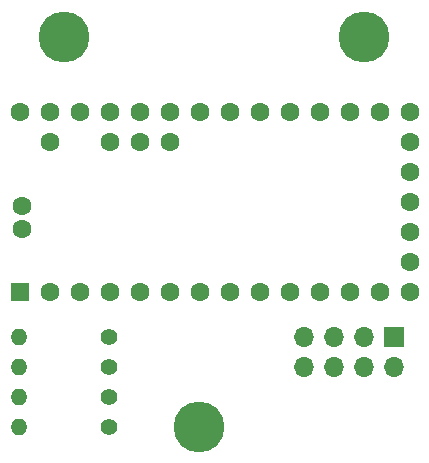
<source format=gbr>
%TF.GenerationSoftware,KiCad,Pcbnew,(5.1.10)-1*%
%TF.CreationDate,2021-05-24T22:46:13-05:00*%
%TF.ProjectId,mario2,6d617269-6f32-42e6-9b69-6361645f7063,rev?*%
%TF.SameCoordinates,Original*%
%TF.FileFunction,Soldermask,Top*%
%TF.FilePolarity,Negative*%
%FSLAX46Y46*%
G04 Gerber Fmt 4.6, Leading zero omitted, Abs format (unit mm)*
G04 Created by KiCad (PCBNEW (5.1.10)-1) date 2021-05-24 22:46:13*
%MOMM*%
%LPD*%
G01*
G04 APERTURE LIST*
%ADD10C,4.300000*%
%ADD11R,1.700000X1.700000*%
%ADD12O,1.700000X1.700000*%
%ADD13C,1.400000*%
%ADD14O,1.400000X1.400000*%
%ADD15C,1.600000*%
%ADD16R,1.600000X1.600000*%
G04 APERTURE END LIST*
D10*
%TO.C,REF\u002A\u002A*%
X101600000Y-88900000D03*
%TD*%
%TO.C,REF\u002A\u002A*%
X115570000Y-55880000D03*
%TD*%
%TO.C,REF\u002A\u002A*%
X90170000Y-55880000D03*
%TD*%
D11*
%TO.C,J2*%
X118110000Y-81280000D03*
D12*
X118110000Y-83820000D03*
X115570000Y-81280000D03*
X115570000Y-83820000D03*
X113030000Y-81280000D03*
X113030000Y-83820000D03*
X110490000Y-81280000D03*
X110490000Y-83820000D03*
%TD*%
D13*
%TO.C,R1*%
X93980000Y-81280000D03*
D14*
X86360000Y-81280000D03*
%TD*%
%TO.C,R2*%
X86360000Y-83820000D03*
D13*
X93980000Y-83820000D03*
%TD*%
%TO.C,R3*%
X93980000Y-86360000D03*
D14*
X86360000Y-86360000D03*
%TD*%
%TO.C,R4*%
X86360000Y-88900000D03*
D13*
X93980000Y-88900000D03*
%TD*%
D15*
%TO.C,U1*%
X119455001Y-69925001D03*
X119455001Y-67385001D03*
X119455001Y-64845001D03*
X119455001Y-62305001D03*
X119455001Y-72465001D03*
X119455001Y-75005001D03*
X119455001Y-77545001D03*
X116915001Y-62305001D03*
X114375001Y-62305001D03*
X111835001Y-62305001D03*
X109295001Y-62305001D03*
X106755001Y-62305001D03*
X104215001Y-62305001D03*
X101675001Y-62305001D03*
X99135001Y-62305001D03*
X96595001Y-62305001D03*
X94055001Y-62305001D03*
X91515001Y-62305001D03*
X88975001Y-62305001D03*
X86435001Y-62305001D03*
X88975001Y-64845001D03*
X94055001Y-64845001D03*
X96595001Y-64845001D03*
X99135001Y-64845001D03*
X116915001Y-77545001D03*
X114375001Y-77545001D03*
X111835001Y-77545001D03*
X109295001Y-77545001D03*
X106755001Y-77545001D03*
X104215001Y-77545001D03*
X101675001Y-77545001D03*
X99135001Y-77545001D03*
X96595001Y-77545001D03*
X94055001Y-77545001D03*
X91515001Y-77545001D03*
X88975001Y-77545001D03*
D16*
X86435001Y-77545001D03*
D15*
X86612801Y-70229801D03*
X86612801Y-72211001D03*
%TD*%
M02*

</source>
